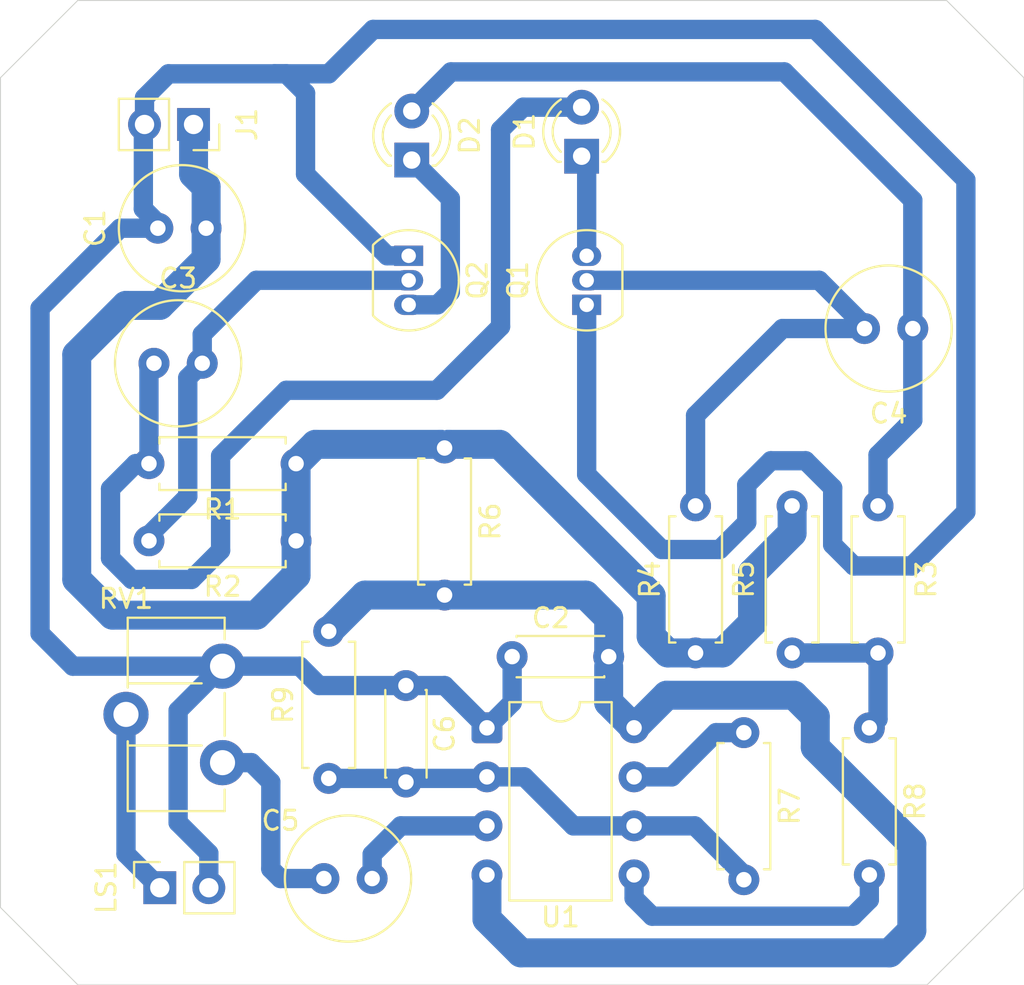
<source format=kicad_pcb>
(kicad_pcb (version 20241229) (generator "pcbnew") (generator_version "9.0")
  (layers (0 "F.Cu" signal) (2 "B.Cu" signal) (13 "F.Paste" user) (15 "B.Paste" user) (5 "F.SilkS" user "F.Silkscreen") (7 "B.SilkS" user "B.Silkscreen") (1 "F.Mask" user) (3 "B.Mask" user) (25 "Edge.Cuts" user))
  (net 0 "")
  (net 1 "VCC")
  (net 2 "GND")
  (net 3 "VCC_555")
  (net 4 "Net-(Q2-B)")
  (net 5 "Net-(D1-A)")
  (net 6 "Net-(Q1-B)")
  (net 7 "Net-(D2-A)")
  (net 8 "Net-(U1-Q)")
  (net 9 "Net-(C5-Pad2)")
  (net 10 "Net-(U1-THR)")
  (net 11 "Net-(D1-K)")
  (net 12 "Net-(D2-K)")
  (net 13 "Net-(LS1-Pad1)")
  (net 14 "Net-(R3-Pad1)")
  (net 15 "Net-(U1-DIS)")
  (net 16 "Net-(U1-CV)")
  (footprint "Package_DIP:DIP-8_W7.62mm" (layer "F.Cu") (at 120.195 116.69)
    (property "Reference" "U1" (at 3.805 9.81 0) (layer "F.SilkS"))
    (property "Value" "NA555P" (hide yes))
    (fp_line (start 1.16 -1.33) (end 1.16 8.95) (stroke (width 0.12)) (layer "F.SilkS"))
    (fp_line (start 1.16 8.95) (end 6.46 8.95) (stroke (width 0.12)) (layer "F.SilkS"))
    (fp_line (start 2.81 -1.33) (end 1.16 -1.33) (stroke (width 0.12)) (layer "F.SilkS"))
    (fp_line (start 6.46 -1.33) (end 4.81 -1.33) (stroke (width 0.12)) (layer "F.SilkS"))
    (fp_line (start 6.46 8.95) (end 6.46 -1.33) (stroke (width 0.12)) (layer "F.SilkS"))
    (fp_arc (start 4.81 -1.33) (mid 3.81 -0.33) (end 2.81 -1.33) (stroke (width 0.12)) (layer "F.SilkS"))
    (pad "1" thru_hole roundrect (at 0 0) (size 1.6 1.6) (drill 0.8) (layers "*.Cu" "*.Mask") (roundrect_rratio 0.15625) (net 2 "GND"))
    (pad "2" thru_hole circle (at 0 2.54) (size 1.6 1.6) (drill 0.8) (layers "*.Cu" "*.Mask") (net 10 "Net-(U1-THR)"))
    (pad "3" thru_hole circle (at 0 5.08) (size 1.6 1.6) (drill 0.8) (layers "*.Cu" "*.Mask") (net 8 "Net-(U1-Q)"))
    (pad "4" thru_hole circle (at 0 7.62) (size 1.6 1.6) (drill 0.8) (layers "*.Cu" "*.Mask") (net 3 "VCC_555"))
    (pad "5" thru_hole circle (at 7.62 7.62) (size 1.6 1.6) (drill 0.8) (layers "*.Cu" "*.Mask") (net 16 "Net-(U1-CV)"))
    (pad "6" thru_hole circle (at 7.62 5.08) (size 1.6 1.6) (drill 0.8) (layers "*.Cu" "*.Mask") (net 10 "Net-(U1-THR)"))
    (pad "7" thru_hole circle (at 7.62 2.54) (size 1.6 1.6) (drill 0.8) (layers "*.Cu" "*.Mask") (net 15 "Net-(U1-DIS)"))
    (pad "8" thru_hole circle (at 7.62 0) (size 1.6 1.6) (drill 0.8) (layers "*.Cu" "*.Mask") (net 3 "VCC_555"))
  )
  (footprint "Resistor_THT:R_Axial_DIN0207_L6.3mm_D2.5mm_P7.62mm_Horizontal" (layer "F.Cu") (at 112 119.31 90)
    (property "Reference" "R9" (at 3.81 -2.37 90) (layer "F.SilkS"))
    (property "Value" "47k" (hide yes))
    (fp_line (start 7.08 -1.37) (end 7.08 -1.04) (stroke (width 0.12)) (layer "F.SilkS"))
    (fp_line (start 0.54 -1.37) (end 7.08 -1.37) (stroke (width 0.12)) (layer "F.SilkS"))
    (fp_line (start 0.54 -1.04) (end 0.54 -1.37) (stroke (width 0.12)) (layer "F.SilkS"))
    (fp_line (start 0.54 1.04) (end 0.54 1.37) (stroke (width 0.12)) (layer "F.SilkS"))
    (fp_line (start 7.08 1.37) (end 7.08 1.04) (stroke (width 0.12)) (layer "F.SilkS"))
    (fp_line (start 0.54 1.37) (end 7.08 1.37) (stroke (width 0.12)) (layer "F.SilkS"))
    (pad "1" thru_hole circle (at 0 0 90) (size 1.6 1.6) (drill 0.8) (layers "*.Cu" "*.Mask") (net 10 "Net-(U1-THR)"))
    (pad "2" thru_hole circle (at 7.62 0 90) (size 1.6 1.6) (drill 0.8) (layers "*.Cu" "*.Mask") (net 3 "VCC_555"))
  )
  (footprint "LED_THT:LED_D3.0mm" (layer "F.Cu") (at 116.3 87.27 90)
    (property "Reference" "D2" (at 1.27 3 90) (layer "F.SilkS"))
    (property "Value" "LED")
    (fp_line (start -0.29 -1.236) (end -0.29 -1.08) (stroke (width 0.12)) (layer "F.SilkS"))
    (fp_line (start -0.29 1.08) (end -0.29 1.236) (stroke (width 0.12)) (layer "F.SilkS"))
    (fp_arc (start -0.29 -1.235516) (mid 1.36566 -1.987699) (end 2.941437 -1.08) (stroke (width 0.12)) (layer "F.SilkS"))
    (fp_arc (start 0.229039 -1.08) (mid 1.27 -1.5) (end 2.310961 -1.08) (stroke (width 0.12)) (layer "F.SilkS"))
    (fp_arc (start 2.941437 1.08) (mid 1.36566 1.987699) (end -0.29 1.235516) (stroke (width 0.12)) (layer "F.SilkS"))
    (fp_arc (start 2.310961 1.08) (mid 1.27 1.5) (end 0.229039 1.08) (stroke (width 0.12)) (layer "F.SilkS"))
    (pad "1" thru_hole rect (at 0 0 90) (size 1.8 1.8) (drill 0.9) (layers "*.Cu" "*.Mask") (net 12 "Net-(D2-K)"))
    (pad "2" thru_hole circle (at 2.54 0 90) (size 1.8 1.8) (drill 0.9) (layers "*.Cu" "*.Mask") (net 7 "Net-(D2-A)"))
  )
  (footprint "Connector_PinSocket_2.54mm:PinSocket_1x02_P2.54mm_Vertical" (layer "F.Cu") (at 103.25 124.975 90)
    (property "Reference" "LS1" (at 0 -2.77 90) (layer "F.SilkS"))
    (property "Value" "Speaker")
    (fp_line (start 1.33 -1.33) (end 1.33 0) (stroke (width 0.12)) (layer "F.SilkS"))
    (fp_line (start 0 -1.33) (end 1.33 -1.33) (stroke (width 0.12)) (layer "F.SilkS"))
    (fp_line (start 1.33 1.27) (end 1.33 3.87) (stroke (width 0.12)) (layer "F.SilkS"))
    (fp_line (start -1.33 1.27) (end 1.33 1.27) (stroke (width 0.12)) (layer "F.SilkS"))
    (fp_line (start -1.33 1.27) (end -1.33 3.87) (stroke (width 0.12)) (layer "F.SilkS"))
    (fp_line (start -1.33 3.87) (end 1.33 3.87) (stroke (width 0.12)) (layer "F.SilkS"))
    (pad "1" thru_hole rect (at 0 0 90) (size 1.7 1.7) (drill 1) (layers "*.Cu" "*.Mask") (net 13 "Net-(LS1-Pad1)"))
    (pad "2" thru_hole circle (at 0 2.54 90) (size 1.7 1.7) (drill 1) (layers "*.Cu" "*.Mask") (net 2 "GND"))
  )
  (footprint "Capacitor_THT:C_Radial_D6.3mm_H11.0mm_P2.50mm" (layer "F.Cu") (at 105.65 90.8 180)
    (property "Reference" "C1" (at 5.75 0 90) (layer "F.SilkS"))
    (property "Value" "100u")
    (fp_circle (center 1.25 0) (end 4.52 0) (stroke (width 0.12)) (fill no) (layer "F.SilkS"))
    (pad "1" thru_hole circle (at 0 0 180) (size 1.6 1.6) (drill 0.8) (layers "*.Cu" "*.Mask") (net 1 "VCC"))
    (pad "2" thru_hole circle (at 2.5 0 180) (size 1.6 1.6) (drill 0.8) (layers "*.Cu" "*.Mask") (net 2 "GND"))
  )
  (footprint "Potentiometer_THT:Potentiometer_ACP_CA9-H5_Horizontal" (layer "F.Cu") (at 106.5 118.495 180)
    (property "Reference" "RV1" (at 5 8.495 0) (layer "F.SilkS"))
    (property "Value" "200")
    (fp_line (start 4.91 7.51) (end -0.11 7.51) (stroke (width 0.12)) (layer "F.SilkS"))
    (fp_line (start 4.91 4.11) (end 1.081 4.11) (stroke (width 0.12)) (layer "F.SilkS"))
    (fp_line (start 4.91 3.897) (end 4.91 7.51) (stroke (width 0.12)) (layer "F.SilkS"))
    (fp_line (start 4.91 3.897) (end 4.91 4.11) (stroke (width 0.12)) (layer "F.SilkS"))
    (fp_line (start 4.91 0.89) (end 4.91 1.103) (stroke (width 0.12)) (layer "F.SilkS"))
    (fp_line (start 4.91 -2.51) (end 4.91 1.103) (stroke (width 0.12)) (layer "F.SilkS"))
    (fp_line (start 1.081 0.89) (end 4.91 0.89) (stroke (width 0.12)) (layer "F.SilkS"))
    (fp_line (start -0.11 7.51) (end -0.11 6.396) (stroke (width 0.12)) (layer "F.SilkS"))
    (fp_line (start -0.11 3.604) (end -0.11 1.396) (stroke (width 0.12)) (layer "F.SilkS"))
    (fp_line (start -0.11 3.604) (end -0.11 1.396) (stroke (width 0.12)) (layer "F.SilkS"))
    (fp_line (start -0.11 -1.396) (end -0.11 -2.51) (stroke (width 0.12)) (layer "F.SilkS"))
    (fp_line (start -0.11 -2.51) (end 4.91 -2.51) (stroke (width 0.12)) (layer "F.SilkS"))
    (pad "1" thru_hole circle (at 0 0 180) (size 2.34 2.34) (drill 1.3) (layers "*.Cu" "*.Mask") (net 9 "Net-(C5-Pad2)"))
    (pad "2" thru_hole circle (at 5 2.5 180) (size 2.34 2.34) (drill 1.3) (layers "*.Cu" "*.Mask") (net 13 "Net-(LS1-Pad1)"))
    (pad "3" thru_hole circle (at 0 5 180) (size 2.34 2.34) (drill 1.3) (layers "*.Cu" "*.Mask") (net 2 "GND"))
  )
  (footprint "Resistor_THT:R_Axial_DIN0207_L6.3mm_D2.5mm_P7.62mm_Horizontal" (layer "F.Cu") (at 136 105.19 -90)
    (property "Reference" "R5" (at 3.81 2.5 90) (layer "F.SilkS"))
    (property "Value" "470")
    (fp_line (start 0.54 1.37) (end 7.08 1.37) (stroke (width 0.12)) (layer "F.SilkS"))
    (fp_line (start 7.08 1.37) (end 7.08 1.04) (stroke (width 0.12)) (layer "F.SilkS"))
    (fp_line (start 0.54 1.04) (end 0.54 1.37) (stroke (width 0.12)) (layer "F.SilkS"))
    (fp_line (start 0.54 -1.04) (end 0.54 -1.37) (stroke (width 0.12)) (layer "F.SilkS"))
    (fp_line (start 0.54 -1.37) (end 7.08 -1.37) (stroke (width 0.12)) (layer "F.SilkS"))
    (fp_line (start 7.08 -1.37) (end 7.08 -1.04) (stroke (width 0.12)) (layer "F.SilkS"))
    (pad "1" thru_hole circle (at 0 0 270) (size 1.6 1.6) (drill 0.8) (layers "*.Cu" "*.Mask") (net 1 "VCC"))
    (pad "2" thru_hole circle (at 7.62 0 270) (size 1.6 1.6) (drill 0.8) (layers "*.Cu" "*.Mask") (net 14 "Net-(R3-Pad1)"))
  )
  (footprint "Resistor_THT:R_Axial_DIN0207_L6.3mm_D2.5mm_P7.62mm_Horizontal" (layer "F.Cu") (at 110.31 103 180)
    (property "Reference" "R1" (at 3.81 -2.37 0) (layer "F.SilkS"))
    (property "Value" "1k")
    (fp_line (start 7.08 1.37) (end 7.08 1.04) (stroke (width 0.12)) (layer "F.SilkS"))
    (fp_line (start 7.08 -1.37) (end 7.08 -1.04) (stroke (width 0.12)) (layer "F.SilkS"))
    (fp_line (start 0.54 1.37) (end 7.08 1.37) (stroke (width 0.12)) (layer "F.SilkS"))
    (fp_line (start 0.54 1.04) (end 0.54 1.37) (stroke (width 0.12)) (layer "F.SilkS"))
    (fp_line (start 0.54 -1.04) (end 0.54 -1.37) (stroke (width 0.12)) (layer "F.SilkS"))
    (fp_line (start 0.54 -1.37) (end 7.08 -1.37) (stroke (width 0.12)) (layer "F.SilkS"))
    (pad "1" thru_hole circle (at 0 0 180) (size 1.6 1.6) (drill 0.8) (layers "*.Cu" "*.Mask") (net 1 "VCC"))
    (pad "2" thru_hole circle (at 7.62 0 180) (size 1.6 1.6) (drill 0.8) (layers "*.Cu" "*.Mask") (net 5 "Net-(D1-A)"))
  )
  (footprint "Resistor_THT:R_Axial_DIN0207_L6.3mm_D2.5mm_P7.62mm_Horizontal" (layer "F.Cu") (at 140.45 112.81 90)
    (property "Reference" "R3" (at 3.81 2.5 90) (layer "F.SilkS"))
    (property "Value" "470")
    (fp_line (start 7.08 -1.37) (end 7.08 -1.04) (stroke (width 0.12)) (layer "F.SilkS"))
    (fp_line (start 0.54 -1.37) (end 7.08 -1.37) (stroke (width 0.12)) (layer "F.SilkS"))
    (fp_line (start 0.54 -1.04) (end 0.54 -1.37) (stroke (width 0.12)) (layer "F.SilkS"))
    (fp_line (start 0.54 1.04) (end 0.54 1.37) (stroke (width 0.12)) (layer "F.SilkS"))
    (fp_line (start 7.08 1.37) (end 7.08 1.04) (stroke (width 0.12)) (layer "F.SilkS"))
    (fp_line (start 0.54 1.37) (end 7.08 1.37) (stroke (width 0.12)) (layer "F.SilkS"))
    (pad "1" thru_hole circle (at 0 0 90) (size 1.6 1.6) (drill 0.8) (layers "*.Cu" "*.Mask") (net 14 "Net-(R3-Pad1)"))
    (pad "2" thru_hole circle (at 7.62 0 90) (size 1.6 1.6) (drill 0.8) (layers "*.Cu" "*.Mask") (net 7 "Net-(D2-A)"))
  )
  (footprint "LED_THT:LED_D3.0mm" (layer "F.Cu") (at 125.1 87.07 90)
    (property "Reference" "D1" (at 1.27 -2.96 90) (layer "F.SilkS"))
    (property "Value" "LED")
    (fp_line (start -0.29 -1.236) (end -0.29 -1.08) (stroke (width 0.12)) (layer "F.SilkS"))
    (fp_line (start -0.29 1.08) (end -0.29 1.236) (stroke (width 0.12)) (layer "F.SilkS"))
    (fp_arc (start -0.29 -1.235516) (mid 1.36566 -1.987699) (end 2.941437 -1.08) (stroke (width 0.12)) (layer "F.SilkS"))
    (fp_arc (start 0.229039 -1.08) (mid 1.27 -1.5) (end 2.310961 -1.08) (stroke (width 0.12)) (layer "F.SilkS"))
    (fp_arc (start 2.941437 1.08) (mid 1.36566 1.987699) (end -0.29 1.235516) (stroke (width 0.12)) (layer "F.SilkS"))
    (fp_arc (start 2.310961 1.08) (mid 1.27 1.5) (end 0.229039 1.08) (stroke (width 0.12)) (layer "F.SilkS"))
    (pad "1" thru_hole rect (at 0 0 90) (size 1.8 1.8) (drill 0.9) (layers "*.Cu" "*.Mask") (net 11 "Net-(D1-K)"))
    (pad "2" thru_hole circle (at 2.54 0 90) (size 1.8 1.8) (drill 0.9) (layers "*.Cu" "*.Mask") (net 5 "Net-(D1-A)"))
  )
  (footprint "Package_TO_SOT_THT:TO-92_Inline" (layer "F.Cu") (at 116.14 92.23 -90)
    (property "Reference" "Q2" (at 1.27 -3.56 90) (layer "F.SilkS"))
    (property "Value" "2N3904")
    (fp_line (start -0.53 1.85) (end 3.07 1.85) (stroke (width 0.12)) (layer "F.SilkS"))
    (fp_arc (start -0.568478 1.838478) (mid -1.132087 -0.994977) (end 1.27 -2.6) (stroke (width 0.12)) (layer "F.SilkS"))
    (fp_arc (start 1.27 -2.6) (mid 3.672087 -0.994977) (end 3.108478 1.838478) (stroke (width 0.12)) (layer "F.SilkS"))
    (pad "1" thru_hole rect (at 0 0 270) (size 1.05 1.5) (drill 0.75) (layers "*.Cu" "*.Mask") (net 2 "GND"))
    (pad "2" thru_hole oval (at 1.27 0 270) (size 1.05 1.5) (drill 0.75) (layers "*.Cu" "*.Mask") (net 4 "Net-(Q2-B)"))
    (pad "3" thru_hole oval (at 2.54 0 270) (size 1.05 1.5) (drill 0.75) (layers "*.Cu" "*.Mask") (net 12 "Net-(D2-K)"))
  )
  (footprint "Connector_PinSocket_2.54mm:PinSocket_1x02_P2.54mm_Vertical" (layer "F.Cu") (at 105 85.425 -90)
    (property "Reference" "J1" (at 0 -2.77 90) (layer "F.SilkS"))
    (property "Value" "V_in")
    (fp_line (start -1.33 3.87) (end 1.33 3.87) (stroke (width 0.12)) (layer "F.SilkS"))
    (fp_line (start -1.33 1.27) (end -1.33 3.87) (stroke (width 0.12)) (layer "F.SilkS"))
    (fp_line (start -1.33 1.27) (end 1.33 1.27) (stroke (width 0.12)) (layer "F.SilkS"))
    (fp_line (start 1.33 1.27) (end 1.33 3.87) (stroke (width 0.12)) (layer "F.SilkS"))
    (fp_line (start 0 -1.33) (end 1.33 -1.33) (stroke (width 0.12)) (layer "F.SilkS"))
    (fp_line (start 1.33 -1.33) (end 1.33 0) (stroke (width 0.12)) (layer "F.SilkS"))
    (pad "1" thru_hole rect (at 0 0 270) (size 1.7 1.7) (drill 1) (layers "*.Cu" "*.Mask") (net 1 "VCC"))
    (pad "2" thru_hole circle (at 0 2.54 270) (size 1.7 1.7) (drill 1) (layers "*.Cu" "*.Mask") (net 2 "GND"))
  )
  (footprint "Package_TO_SOT_THT:TO-92_Inline" (layer "F.Cu") (at 125.36 94.77 90)
    (property "Reference" "Q1" (at 1.27 -3.56 90) (layer "F.SilkS"))
    (property "Value" "2N3904")
    (fp_line (start -0.53 1.85) (end 3.07 1.85) (stroke (width 0.12)) (layer "F.SilkS"))
    (fp_arc (start 1.27 -2.6) (mid 3.672087 -0.994977) (end 3.108478 1.838478) (stroke (width 0.12)) (layer "F.SilkS"))
    (fp_arc (start -0.568478 1.838478) (mid -1.132087 -0.994977) (end 1.27 -2.6) (stroke (width 0.12)) (layer "F.SilkS"))
    (pad "1" thru_hole rect (at 0 0 90) (size 1.05 1.5) (drill 0.75) (layers "*.Cu" "*.Mask") (net 2 "GND"))
    (pad "2" thru_hole oval (at 1.27 0 90) (size 1.05 1.5) (drill 0.75) (layers "*.Cu" "*.Mask") (net 6 "Net-(Q1-B)"))
    (pad "3" thru_hole oval (at 2.54 0 90) (size 1.05 1.5) (drill 0.75) (layers "*.Cu" "*.Mask") (net 11 "Net-(D1-K)"))
  )
  (footprint "Resistor_THT:R_Axial_DIN0207_L6.3mm_D2.5mm_P7.62mm_Horizontal" (layer "F.Cu") (at 110.31 107 180)
    (property "Reference" "R2" (at 3.81 -2.37 0) (layer "F.SilkS"))
    (property "Value" "56k")
    (fp_line (start 7.08 1.37) (end 7.08 1.04) (stroke (width 0.12)) (layer "F.SilkS"))
    (fp_line (start 7.08 -1.37) (end 7.08 -1.04) (stroke (width 0.12)) (layer "F.SilkS"))
    (fp_line (start 0.54 1.37) (end 7.08 1.37) (stroke (width 0.12)) (layer "F.SilkS"))
    (fp_line (start 0.54 1.04) (end 0.54 1.37) (stroke (width 0.12)) (layer "F.SilkS"))
    (fp_line (start 0.54 -1.04) (end 0.54 -1.37) (stroke (width 0.12)) (layer "F.SilkS"))
    (fp_line (start 0.54 -1.37) (end 7.08 -1.37) (stroke (width 0.12)) (layer "F.SilkS"))
    (pad "1" thru_hole circle (at 0 0 180) (size 1.6 1.6) (drill 0.8) (layers "*.Cu" "*.Mask") (net 1 "VCC"))
    (pad "2" thru_hole circle (at 7.62 0 180) (size 1.6 1.6) (drill 0.8) (layers "*.Cu" "*.Mask") (net 4 "Net-(Q2-B)"))
  )
  (footprint "Resistor_THT:R_Axial_DIN0207_L6.3mm_D2.5mm_P7.62mm_Horizontal" (layer "F.Cu") (at 118 102.19 -90)
    (property "Reference" "R6" (at 3.81 -2.37 90) (layer "F.SilkS"))
    (property "Value" "68")
    (fp_line (start 0.54 1.37) (end 7.08 1.37) (stroke (width 0.12)) (layer "F.SilkS"))
    (fp_line (start 7.08 1.37) (end 7.08 1.04) (stroke (width 0.12)) (layer "F.SilkS"))
    (fp_line (start 0.54 1.04) (end 0.54 1.37) (stroke (width 0.12)) (layer "F.SilkS"))
    (fp_line (start 0.54 -1.04) (end 0.54 -1.37) (stroke (width 0.12)) (layer "F.SilkS"))
    (fp_line (start 0.54 -1.37) (end 7.08 -1.37) (stroke (width 0.12)) (layer "F.SilkS"))
    (fp_line (start 7.08 -1.37) (end 7.08 -1.04) (stroke (width 0.12)) (layer "F.SilkS"))
    (pad "1" thru_hole circle (at 0 0 270) (size 1.6 1.6) (drill 0.8) (layers "*.Cu" "*.Mask") (net 1 "VCC"))
    (pad "2" thru_hole circle (at 7.62 0 270) (size 1.6 1.6) (drill 0.8) (layers "*.Cu" "*.Mask") (net 3 "VCC_555"))
  )
  (footprint "Resistor_THT:R_Axial_DIN0207_L6.3mm_D2.5mm_P7.62mm_Horizontal" (layer "F.Cu") (at 133.5 116.94 -90)
    (property "Reference" "R7" (at 3.81 -2.37 90) (layer "F.SilkS"))
    (property "Value" "10k" (hide yes))
    (fp_line (start 0.54 1.37) (end 7.08 1.37) (stroke (width 0.12)) (layer "F.SilkS"))
    (fp_line (start 7.08 1.37) (end 7.08 1.04) (stroke (width 0.12)) (layer "F.SilkS"))
    (fp_line (start 0.54 1.04) (end 0.54 1.37) (stroke (width 0.12)) (layer "F.SilkS"))
    (fp_line (start 0.54 -1.04) (end 0.54 -1.37) (stroke (width 0.12)) (layer "F.SilkS"))
    (fp_line (start 0.54 -1.37) (end 7.08 -1.37) (stroke (width 0.12)) (layer "F.SilkS"))
    (fp_line (start 7.08 -1.37) (end 7.08 -1.04) (stroke (width 0.12)) (layer "F.SilkS"))
    (pad "1" thru_hole circle (at 0 0 270) (size 1.6 1.6) (drill 0.8) (layers "*.Cu" "*.Mask") (net 15 "Net-(U1-DIS)"))
    (pad "2" thru_hole circle (at 7.62 0 270) (size 1.6 1.6) (drill 0.8) (layers "*.Cu" "*.Mask") (net 10 "Net-(U1-THR)"))
  )
  (footprint "Resistor_THT:R_Axial_DIN0207_L6.3mm_D2.5mm_P7.62mm_Horizontal" (layer "F.Cu") (at 140 116.69 -90)
    (property "Reference" "R8" (at 3.81 -2.37 90) (layer "F.SilkS"))
    (property "Value" "10k")
    (fp_line (start 0.54 1.37) (end 7.08 1.37) (stroke (width 0.12)) (layer "F.SilkS"))
    (fp_line (start 7.08 1.37) (end 7.08 1.04) (stroke (width 0.12)) (layer "F.SilkS"))
    (fp_line (start 0.54 1.04) (end 0.54 1.37) (stroke (width 0.12)) (layer "F.SilkS"))
    (fp_line (start 0.54 -1.04) (end 0.54 -1.37) (stroke (width 0.12)) (layer "F.SilkS"))
    (fp_line (start 0.54 -1.37) (end 7.08 -1.37) (stroke (width 0.12)) (layer "F.SilkS"))
    (fp_line (start 7.08 -1.37) (end 7.08 -1.04) (stroke (width 0.12)) (layer "F.SilkS"))
    (pad "1" thru_hole circle (at 0 0 270) (size 1.6 1.6) (drill 0.8) (layers "*.Cu" "*.Mask") (net 14 "Net-(R3-Pad1)"))
    (pad "2" thru_hole circle (at 7.62 0 270) (size 1.6 1.6) (drill 0.8) (layers "*.Cu" "*.Mask") (net 16 "Net-(U1-CV)"))
  )
  (footprint "Capacitor_THT:C_Radial_D6.3mm_H11.0mm_P2.50mm" (layer "F.Cu") (at 142.25 96 180)
    (property "Reference" "C4" (at 1.25 -4.4 0) (layer "F.SilkS"))
    (property "Value" "10u")
    (fp_circle (center 1.25 0) (end 4.52 0) (stroke (width 0.12)) (fill no) (layer "F.SilkS"))
    (pad "1" thru_hole circle (at 0 0 180) (size 1.6 1.6) (drill 0.8) (layers "*.Cu" "*.Mask") (net 7 "Net-(D2-A)"))
    (pad "2" thru_hole circle (at 2.5 0 180) (size 1.6 1.6) (drill 0.8) (layers "*.Cu" "*.Mask") (net 6 "Net-(Q1-B)"))
  )
  (footprint "Capacitor_THT:C_Radial_D6.3mm_H11.0mm_P2.50mm" (layer "F.Cu") (at 102.95 97.8)
    (property "Reference" "C3" (at 1.25 -4.4 0) (layer "F.SilkS"))
    (property "Value" "10u")
    (fp_circle (center 1.25 0) (end 4.52 0) (stroke (width 0.12)) (fill no) (layer "F.SilkS"))
    (pad "1" thru_hole circle (at 0 0) (size 1.6 1.6) (drill 0.8) (layers "*.Cu" "*.Mask") (net 5 "Net-(D1-A)"))
    (pad "2" thru_hole circle (at 2.5 0) (size 1.6 1.6) (drill 0.8) (layers "*.Cu" "*.Mask") (net 4 "Net-(Q2-B)"))
  )
  (footprint "Capacitor_THT:C_Disc_D4.3mm_W1.9mm_P5.00mm" (layer "F.Cu") (at 116 119.5 90)
    (property "Reference" "C6" (at 2.5 2 90) (layer "F.SilkS"))
    (property "Value" "20n" (hide yes))
    (fp_line (start 0.23 -1.07) (end 4.77 -1.07) (stroke (width 0.12)) (layer "F.SilkS"))
    (fp_line (start 0.23 -1.014) (end 0.23 -1.07) (stroke (width 0.12)) (layer "F.SilkS"))
    (fp_line (start 4.77 1.014) (end 4.77 1.07) (stroke (width 0.12)) (layer "F.SilkS"))
    (fp_line (start 4.77 1.07) (end 0.23 1.07) (stroke (width 0.12)) (layer "F.SilkS"))
    (pad "1" thru_hole circle (at 0 0 90) (size 1.6 1.6) (drill 0.8) (layers "*.Cu" "*.Mask") (net 10 "Net-(U1-THR)"))
    (pad "2" thru_hole circle (at 5 0 90) (size 1.6 1.6) (drill 0.8) (layers "*.Cu" "*.Mask") (net 2 "GND"))
  )
  (footprint "Resistor_THT:R_Axial_DIN0207_L6.3mm_D2.5mm_P7.62mm_Horizontal" (layer "F.Cu") (at 131 112.81 90)
    (property "Reference" "R4" (at 3.81 -2.37 90) (layer "F.SilkS"))
    (property "Value" "56k")
    (fp_line (start 7.08 -1.37) (end 7.08 -1.04) (stroke (width 0.12)) (layer "F.SilkS"))
    (fp_line (start 0.54 -1.37) (end 7.08 -1.37) (stroke (width 0.12)) (layer "F.SilkS"))
    (fp_line (start 0.54 -1.04) (end 0.54 -1.37) (stroke (width 0.12)) (layer "F.SilkS"))
    (fp_line (start 0.54 1.04) (end 0.54 1.37) (stroke (width 0.12)) (layer "F.SilkS"))
    (fp_line (start 7.08 1.37) (end 7.08 1.04) (stroke (width 0.12)) (layer "F.SilkS"))
    (fp_line (start 0.54 1.37) (end 7.08 1.37) (stroke (width 0.12)) (layer "F.SilkS"))
    (pad "1" thru_hole circle (at 0 0 90) (size 1.6 1.6) (drill 0.8) (layers "*.Cu" "*.Mask") (net 1 "VCC"))
    (pad "2" thru_hole circle (at 7.62 0 90) (size 1.6 1.6) (drill 0.8) (layers "*.Cu" "*.Mask") (net 6 "Net-(Q1-B)"))
  )
  (footprint "Capacitor_THT:C_Radial_D6.3mm_H11.0mm_P2.50mm" (layer "F.Cu") (at 114.25 124.5 180)
    (property "Reference" "C5" (at 4.75 3 0) (layer "F.SilkS"))
    (property "Value" "10u" (hide yes))
    (fp_circle (center 1.25 0) (end 4.52 0) (stroke (width 0.12)) (fill no) (layer "F.SilkS"))
    (pad "1" thru_hole circle (at 0 0 180) (size 1.6 1.6) (drill 0.8) (layers "*.Cu" "*.Mask") (net 8 "Net-(U1-Q)"))
    (pad "2" thru_hole circle (at 2.5 0 180) (size 1.6 1.6) (drill 0.8) (layers "*.Cu" "*.Mask") (net 9 "Net-(C5-Pad2)"))
  )
  (footprint "Capacitor_THT:C_Disc_D4.3mm_W1.9mm_P5.00mm" (layer "F.Cu") (at 126.5 113 180)
    (property "Reference" "C2" (at 3 2 0) (layer "F.SilkS"))
    (property "Value" "20n" (hide yes))
    (fp_line (start 4.77 1.07) (end 0.23 1.07) (stroke (width 0.12)) (layer "F.SilkS"))
    (fp_line (start 4.77 1.014) (end 4.77 1.07) (stroke (width 0.12)) (layer "F.SilkS"))
    (fp_line (start 0.23 -1.014) (end 0.23 -1.07) (stroke (width 0.12)) (layer "F.SilkS"))
    (fp_line (start 0.23 -1.07) (end 4.77 -1.07) (stroke (width 0.12)) (layer "F.SilkS"))
    (pad "1" thru_hole circle (at 0 0 180) (size 1.6 1.6) (drill 0.8) (layers "*.Cu" "*.Mask") (net 3 "VCC_555"))
    (pad "2" thru_hole circle (at 5 0 180) (size 1.6 1.6) (drill 0.8) (layers "*.Cu" "*.Mask") (net 2 "GND"))
  )
  (gr_line (start 148 125) (end 143 130) (stroke (width 0.05)) (layer "Edge.Cuts"))
  (gr_line (start 148 83) (end 148 125) (stroke (width 0.05)) (layer "Edge.Cuts"))
  (gr_line (start 144 79) (end 148 83) (stroke (width 0.05)) (layer "Edge.Cuts"))
  (gr_line (start 99 130) (end 95 126) (stroke (width 0.05)) (layer "Edge.Cuts"))
  (gr_line (start 143 130) (end 99 130) (stroke (width 0.05)) (layer "Edge.Cuts"))
  (gr_line (start 95 83) (end 99 79) (stroke (width 0.05)) (layer "Edge.Cuts"))
  (gr_line (start 99 79) (end 144 79) (stroke (width 0.05)) (layer "Edge.Cuts"))
  (gr_line (start 95 126) (end 95 83) (stroke (width 0.05)) (layer "Edge.Cuts"))
  (segment (start 118 102.19) (end 118.19 102) (width 1.5) (layer "B.Cu") (net 1))
  (segment (start 136 106.6) (end 136 105.19) (width 1.5) (layer "B.Cu") (net 1))
  (segment (start 133.95 108.65) (end 136 106.6) (width 1.5) (layer "B.Cu") (net 1))
  (segment (start 98.95 97.35) (end 98.95 109) (width 1.5) (layer "B.Cu") (net 1))
  (segment (start 131 112.81) (end 132.39 112.81) (width 1.5) (layer "B.Cu") (net 1))
  (segment (start 110.31 103) (end 111.31 102) (width 1.5) (layer "B.Cu") (net 1))
  (segment (start 128.7 109.85) (end 128.7 111.95) (width 1.5) (layer "B.Cu") (net 1))
  (segment (start 129.56 112.81) (end 131 112.81) (width 1.5) (layer "B.Cu") (net 1))
  (segment (start 105.65 88.65) (end 105.65 90.8) (width 1.5) (layer "B.Cu") (net 1))
  (segment (start 111.31 102) (end 117.81 102) (width 1.5) (layer "B.Cu") (net 1))
  (segment (start 108.25 110.85) (end 110.31 108.79) (width 1.5) (layer "B.Cu") (net 1))
  (segment (start 132.39 112.81) (end 133.95 111.25) (width 1.5) (layer "B.Cu") (net 1))
  (segment (start 120.85 102) (end 128.7 109.85) (width 1.5) (layer "B.Cu") (net 1))
  (segment (start 105.65 92.4) (end 103.25 94.8) (width 1.5) (layer "B.Cu") (net 1))
  (segment (start 133.95 111.25) (end 133.95 108.65) (width 1.5) (layer "B.Cu") (net 1))
  (segment (start 110.31 108.79) (end 110.31 103) (width 1.5) (layer "B.Cu") (net 1))
  (segment (start 128.7 111.95) (end 129.56 112.81) (width 1.5) (layer "B.Cu") (net 1))
  (segment (start 101.5 94.8) (end 98.95 97.35) (width 1.5) (layer "B.Cu") (net 1))
  (segment (start 103.25 94.8) (end 101.5 94.8) (width 1.5) (layer "B.Cu") (net 1))
  (segment (start 118.19 102) (end 120.85 102) (width 1.5) (layer "B.Cu") (net 1))
  (segment (start 105.65 90.8) (end 105.65 92.4) (width 1.5) (layer "B.Cu") (net 1))
  (segment (start 98.95 109) (end 100.8 110.85) (width 1.5) (layer "B.Cu") (net 1))
  (segment (start 105 88) (end 105.65 88.65) (width 1.5) (layer "B.Cu") (net 1))
  (segment (start 100.8 110.85) (end 108.25 110.85) (width 1.5) (layer "B.Cu") (net 1))
  (segment (start 117.81 102) (end 118 102.19) (width 1.5) (layer "B.Cu") (net 1))
  (segment (start 105 85.425) (end 105 88) (width 1.5) (layer "B.Cu") (net 1))
  (segment (start 133.65 106.05) (end 132.25 107.45) (width 1) (layer "B.Cu") (net 2))
  (segment (start 136.7 102.85) (end 134.9 102.85) (width 1) (layer "B.Cu") (net 2))
  (segment (start 98.745 113.495) (end 97.05 111.8) (width 1) (layer "B.Cu") (net 2))
  (segment (start 103.15 90.55) (end 102.4 89.8) (width 1) (layer "B.Cu") (net 2))
  (segment (start 139.2 108.3) (end 138.1 107.2) (width 1) (layer "B.Cu") (net 2))
  (segment (start 97.05 111.8) (end 97.05 94.95) (width 1) (layer "B.Cu") (net 2))
  (segment (start 112 82.8) (end 114.3 80.5) (width 1) (layer "B.Cu") (net 2))
  (segment (start 109.2 82.8) (end 112 82.8) (width 1) (layer "B.Cu") (net 2))
  (segment (start 105.79 124.975) (end 105.79 123.19) (width 1) (layer "B.Cu") (net 2))
  (segment (start 115.03 92.23) (end 110.8 88) (width 1) (layer "B.Cu") (net 2))
  (segment (start 106.5 113.495) (end 110.495 113.495) (width 1) (layer "B.Cu") (net 2))
  (segment (start 145 105.5) (end 142.2 108.3) (width 1) (layer "B.Cu") (net 2))
  (segment (start 134.9 102.85) (end 133.65 104.1) (width 1) (layer "B.Cu") (net 2))
  (segment (start 132.25 107.45) (end 129.25 107.45) (width 1) (layer "B.Cu") (net 2))
  (segment (start 125.36 103.56) (end 125.36 94.77) (width 1) (layer "B.Cu") (net 2))
  (segment (start 121.5 113) (end 121.5 115.385) (width 1) (layer "B.Cu") (net 2))
  (segment (start 116 114.5) (end 118.005 114.5) (width 1) (layer "B.Cu") (net 2))
  (segment (start 114.3 80.5) (end 137.2 80.5) (width 1) (layer "B.Cu") (net 2))
  (segment (start 137.2 80.5) (end 145 88.3) (width 1) (layer "B.Cu") (net 2))
  (segment (start 104.2 115.795) (end 106.5 113.495) (width 1) (layer "B.Cu") (net 2))
  (segment (start 110.495 113.495) (end 111.5 114.5) (width 1) (layer "B.Cu") (net 2))
  (segment (start 121.5 115.385) (end 120.195 116.69) (width 1) (layer "B.Cu") (net 2))
  (segment (start 142.2 108.3) (end 139.2 108.3) (width 1) (layer "B.Cu") (net 2))
  (segment (start 118.005 114.5) (end 120.195 116.69) (width 1) (layer "B.Cu") (net 2))
  (segment (start 109.8 82.8) (end 110.8 83.8) (width 1) (layer "B.Cu") (net 2))
  (segment (start 133.65 104.1) (end 133.65 106.05) (width 1) (layer "B.Cu") (net 2))
  (segment (start 138.1 107.2) (end 138.1 104.25) (width 1) (layer "B.Cu") (net 2))
  (segment (start 102.46 85.425) (end 102.46 84.04) (width 1) (layer "B.Cu") (net 2))
  (segment (start 102.4 85.485) (end 102.46 85.425) (width 1) (layer "B.Cu") (net 2))
  (segment (start 106.5 113.495) (end 98.745 113.495) (width 1) (layer "B.Cu") (net 2))
  (segment (start 104.2 121.6) (end 104.2 115.795) (width 1) (layer "B.Cu") (net 2))
  (segment (start 138.1 104.25) (end 136.7 102.85) (width 1) (layer "B.Cu") (net 2))
  (segment (start 97.05 94.95) (end 101.2 90.8) (width 1) (layer "B.Cu") (net 2))
  (segment (start 116.14 92.23) (end 115.03 92.23) (width 1) (layer "B.Cu") (net 2))
  (segment (start 145 88.3) (end 145 105.5) (width 1) (layer "B.Cu") (net 2))
  (segment (start 103.15 90.8) (end 103.15 90.55) (width 1) (layer "B.Cu") (net 2))
  (segment (start 109.2 82.8) (end 109.8 82.8) (width 1) (layer "B.Cu") (net 2))
  (segment (start 102.46 84.04) (end 103.7 82.8) (width 1) (layer "B.Cu") (net 2))
  (segment (start 105.79 123.19) (end 104.2 121.6) (width 1) (layer "B.Cu") (net 2))
  (segment (start 111.5 114.5) (end 116 114.5) (width 1) (layer "B.Cu") (net 2))
  (segment (start 129.25 107.45) (end 125.36 103.56) (width 1) (layer "B.Cu") (net 2))
  (segment (start 110.8 88) (end 110.8 83.8) (width 1) (layer "B.Cu") (net 2))
  (segment (start 101.2 90.8) (end 103.15 90.8) (width 1) (layer "B.Cu") (net 2))
  (segment (start 103.7 82.8) (end 109.2 82.8) (width 1) (layer "B.Cu") (net 2))
  (segment (start 102.4 89.8) (end 102.4 85.485) (width 1) (layer "B.Cu") (net 2))
  (segment (start 118 109.81) (end 113.88 109.81) (width 1.5) (layer "B.Cu") (net 3))
  (segment (start 126.5 115.375) (end 126.5 113.5) (width 1.5) (layer "B.Cu") (net 3))
  (segment (start 137.2 117.7) (end 137.2 116.1) (width 1.5) (layer "B.Cu") (net 3))
  (segment (start 120.195 126.595) (end 121.95 128.35) (width 1.5) (layer "B.Cu") (net 3))
  (segment (start 121.95 128.35) (end 141.05 128.35) (width 1.5) (layer "B.Cu") (net 3))
  (segment (start 137.2 116.1) (end 136.1 115) (width 1.5) (layer "B.Cu") (net 3))
  (segment (start 120.195 124.31) (end 120.195 126.595) (width 1.5) (layer "B.Cu") (net 3))
  (segment (start 118 109.81) (end 125.31 109.81) (width 1.5) (layer "B.Cu") (net 3))
  (segment (start 129.505 115) (end 127.815 116.69) (width 1.5) (layer "B.Cu") (net 3))
  (segment (start 142.2 122.7) (end 137.2 117.7) (width 1.5) (layer "B.Cu") (net 3))
  (segment (start 142.2 127.2) (end 142.2 122.7) (width 1.5) (layer "B.Cu") (net 3))
  (segment (start 136.1 115) (end 129.505 115) (width 1.5) (layer "B.Cu") (net 3))
  (segment (start 125.31 109.81) (end 126.5 111) (width 1.5) (layer "B.Cu") (net 3))
  (segment (start 127.815 116.69) (end 126.5 115.375) (width 1.5) (layer "B.Cu") (net 3))
  (segment (start 141.05 128.35) (end 142.2 127.2) (width 1.5) (layer "B.Cu") (net 3))
  (segment (start 126.5 111) (end 126.5 113) (width 1.5) (layer "B.Cu") (net 3))
  (segment (start 113.88 109.81) (end 112 111.69) (width 1.5) (layer "B.Cu") (net 3))
  (segment (start 104.7 104.7) (end 102.69 106.71) (width 1) (layer "B.Cu") (net 4))
  (segment (start 104.7 98.55) (end 104.7 104.7) (width 1) (layer "B.Cu") (net 4))
  (segment (start 108.25 93.5) (end 105.45 96.3) (width 1) (layer "B.Cu") (net 4))
  (segment (start 102.69 106.71) (end 102.69 107) (width 1) (layer "B.Cu") (net 4))
  (segment (start 102.69 107) (end 102.69 106.76) (width 1) (layer "B.Cu") (net 4))
  (segment (start 105.45 97.8) (end 104.7 98.55) (width 1) (layer "B.Cu") (net 4))
  (segment (start 108.25 93.5) (end 116.14 93.5) (width 1) (layer "B.Cu") (net 4))
  (segment (start 105.45 96.3) (end 105.45 97.8) (width 1) (layer "B.Cu") (net 4))
  (segment (start 101.8 109) (end 104.9 109) (width 1) (layer "B.Cu") (net 5))
  (segment (start 109.8 99.2) (end 117.6 99.2) (width 1) (layer "B.Cu") (net 5))
  (segment (start 120.9 85.7) (end 122.07 84.53) (width 1) (layer "B.Cu") (net 5))
  (segment (start 102.6 102.91) (end 102.69 103) (width 1) (layer "B.Cu") (net 5))
  (segment (start 120.9 95.9) (end 120.9 85.7) (width 1) (layer "B.Cu") (net 5))
  (segment (start 122.07 84.53) (end 125.1 84.53) (width 1) (layer "B.Cu") (net 5))
  (segment (start 100.7 107.9) (end 101.8 109) (width 1) (layer "B.Cu") (net 5))
  (segment (start 102.69 103) (end 102 103) (width 1) (layer "B.Cu") (net 5))
  (segment (start 106.4 102.6) (end 109.8 99.2) (width 1) (layer "B.Cu") (net 5))
  (segment (start 100.7 104.3) (end 100.7 107.9) (width 1) (layer "B.Cu") (net 5))
  (segment (start 102.69 98.06) (end 102.95 97.8) (width 1) (layer "B.Cu") (net 5))
  (segment (start 102.69 103) (end 102.69 98.06) (width 1) (layer "B.Cu") (net 5))
  (segment (start 104.9 109) (end 106.4 107.5) (width 1) (layer "B.Cu") (net 5))
  (segment (start 106.4 107.5) (end 106.4 102.6) (width 1) (layer "B.Cu") (net 5))
  (segment (start 117.6 99.2) (end 120.9 95.9) (width 1) (layer "B.Cu") (net 5))
  (segment (start 102 103) (end 100.7 104.3) (width 1) (layer "B.Cu") (net 5))
  (segment (start 131 100.5) (end 135.5 96) (width 1) (layer "B.Cu") (net 6))
  (segment (start 131 105.19) (end 131 100.5) (width 1) (layer "B.Cu") (net 6))
  (segment (start 135.5 96) (end 139.75 96) (width 1) (layer "B.Cu") (net 6))
  (segment (start 137.4 93.5) (end 125.36 93.5) (width 1) (layer "B.Cu") (net 6))
  (segment (start 139.75 96) (end 139.75 95.85) (width 1) (layer "B.Cu") (net 6))
  (segment (start 139.75 95.85) (end 137.4 93.5) (width 1) (layer "B.Cu") (net 6))
  (segment (start 116.3 84.73) (end 118.33 82.7) (width 1) (layer "B.Cu") (net 7))
  (segment (start 142.25 89.35) (end 142.25 96) (width 1) (layer "B.Cu") (net 7))
  (segment (start 135.6 82.7) (end 142.25 89.35) (width 1) (layer "B.Cu") (net 7))
  (segment (start 140.45 105.19) (end 140.45 102.55) (width 1) (layer "B.Cu") (net 7))
  (segment (start 142.25 100.75) (end 142.25 96) (width 1) (layer "B.Cu") (net 7))
  (segment (start 118.33 82.7) (end 135.6 82.7) (width 1) (layer "B.Cu") (net 7))
  (segment (start 142 95.75) (end 142.25 96) (width 1) (layer "B.Cu") (net 7))
  (segment (start 140.45 102.55) (end 142.25 100.75) (width 1) (layer "B.Cu") (net 7))
  (segment (start 115.73 121.77) (end 120.195 121.77) (width 1) (layer "B.Cu") (net 8))
  (segment (start 114.25 124.5) (end 114.25 123.25) (width 1) (layer "B.Cu") (net 8))
  (segment (start 114.25 123.25) (end 115.73 121.77) (width 1) (layer "B.Cu") (net 8))
  (segment (start 107.995 118.495) (end 109 119.5) (width 1) (layer "B.Cu") (net 9))
  (segment (start 109 119.5) (end 109 124) (width 1) (layer "B.Cu") (net 9))
  (segment (start 106.5 118.495) (end 107.995 118.495) (width 1) (layer "B.Cu") (net 9))
  (segment (start 109 124) (end 109.5 124.5) (width 1) (layer "B.Cu") (net 9))
  (segment (start 109.5 124.5) (end 111.75 124.5) (width 1) (layer "B.Cu") (net 9))
  (segment (start 122.13 119.23) (end 124.67 121.77) (width 1) (layer "B.Cu") (net 10))
  (segment (start 120.115 119.31) (end 120.195 119.23) (width 1) (layer "B.Cu") (net 10))
  (segment (start 127.815 121.77) (end 130.96 121.77) (width 1) (layer "B.Cu") (net 10))
  (segment (start 130.96 121.77) (end 133.5 124.31) (width 1) (layer "B.Cu") (net 10))
  (segment (start 112 119.31) (end 120.115 119.31) (width 1) (layer "B.Cu") (net 10))
  (segment (start 124.67 121.77) (end 127.815 121.77) (width 1) (layer "B.Cu") (net 10))
  (segment (start 120.195 119.23) (end 122.13 119.23) (width 1) (layer "B.Cu") (net 10))
  (segment (start 125.36 92.23) (end 125.36 87.33) (width 1) (layer "B.Cu") (net 11))
  (segment (start 125.36 87.33) (end 125.1 87.07) (width 1) (layer "B.Cu") (net 11))
  (segment (start 118.3 94.1) (end 117.63 94.77) (width 1) (layer "B.Cu") (net 12))
  (segment (start 118.3 89.27) (end 118.3 94.1) (width 1) (layer "B.Cu") (net 12))
  (segment (start 116.3 87.27) (end 118.3 89.27) (width 1) (layer "B.Cu") (net 12))
  (segment (start 117.63 94.77) (end 116.14 94.77) (width 1) (layer "B.Cu") (net 12))
  (segment (start 103.25 124.975) (end 101.5 123.225) (width 1) (layer "B.Cu") (net 13))
  (segment (start 101.5 115.995) (end 101.5 123.225) (width 1) (layer "B.Cu") (net 13))
  (segment (start 140 116.69) (end 140.45 116.24) (width 1) (layer "B.Cu") (net 14))
  (segment (start 140.45 116.24) (end 140.45 112.81) (width 1) (layer "B.Cu") (net 14))
  (segment (start 140.45 112.81) (end 136 112.81) (width 1) (layer "B.Cu") (net 14))
  (segment (start 129.77 119.23) (end 132.06 116.94) (width 1) (layer "B.Cu") (net 15))
  (segment (start 132.06 116.94) (end 133.5 116.94) (width 1) (layer "B.Cu") (net 15))
  (segment (start 127.815 119.23) (end 129.77 119.23) (width 1) (layer "B.Cu") (net 15))
  (segment (start 127.815 125.515) (end 128.75 126.45) (width 1) (layer "B.Cu") (net 16))
  (segment (start 128.75 126.45) (end 139.15 126.45) (width 1) (layer "B.Cu") (net 16))
  (segment (start 127.815 124.31) (end 127.815 125.515) (width 1) (layer "B.Cu") (net 16))
  (segment (start 139.15 126.45) (end 140 125.6) (width 1) (layer "B.Cu") (net 16))
  (segment (start 140 125.6) (end 140 124.31) (width 1) (layer "B.Cu") (net 16))
)
</source>
